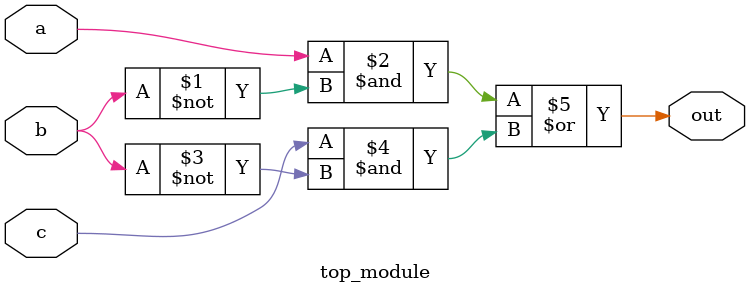
<source format=sv>
module top_module(
  input a,
  input b,
  input c,
  output out
);

  assign out = (a & ~b) | (c & ~b);

endmodule

</source>
